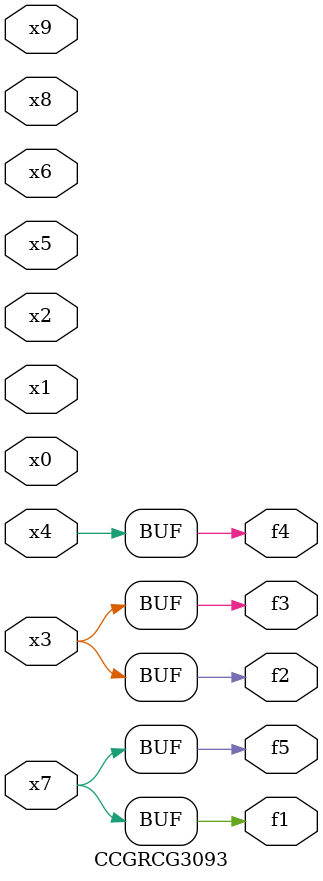
<source format=v>
module CCGRCG3093(
	input x0, x1, x2, x3, x4, x5, x6, x7, x8, x9,
	output f1, f2, f3, f4, f5
);
	assign f1 = x7;
	assign f2 = x3;
	assign f3 = x3;
	assign f4 = x4;
	assign f5 = x7;
endmodule

</source>
